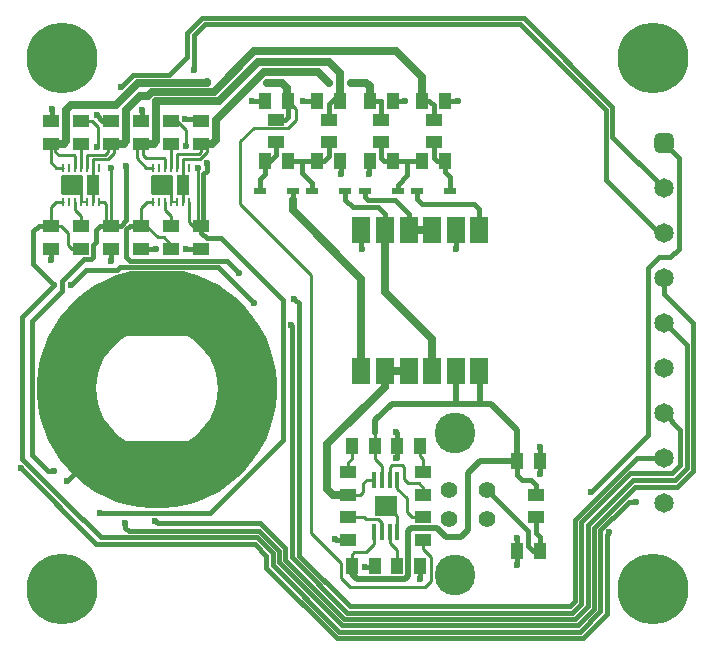
<source format=gtl>
G04*
G04 #@! TF.GenerationSoftware,Altium Limited,Altium Designer,20.0.13 (296)*
G04*
G04 Layer_Physical_Order=1*
G04 Layer_Color=255*
%FSLAX25Y25*%
%MOIN*%
G70*
G01*
G75*
%ADD13C,0.01000*%
%ADD16C,0.03937*%
G04:AMPARAMS|DCode=17|XSize=66.93mil|YSize=70.08mil|CornerRadius=3.35mil|HoleSize=0mil|Usage=FLASHONLY|Rotation=90.000|XOffset=0mil|YOffset=0mil|HoleType=Round|Shape=RoundedRectangle|*
%AMROUNDEDRECTD17*
21,1,0.06693,0.06339,0,0,90.0*
21,1,0.06024,0.07008,0,0,90.0*
1,1,0.00669,0.03169,0.03012*
1,1,0.00669,0.03169,-0.03012*
1,1,0.00669,-0.03169,-0.03012*
1,1,0.00669,-0.03169,0.03012*
%
%ADD17ROUNDEDRECTD17*%
G04:AMPARAMS|DCode=18|XSize=66.93mil|YSize=42.13mil|CornerRadius=2.11mil|HoleSize=0mil|Usage=FLASHONLY|Rotation=90.000|XOffset=0mil|YOffset=0mil|HoleType=Round|Shape=RoundedRectangle|*
%AMROUNDEDRECTD18*
21,1,0.06693,0.03791,0,0,90.0*
21,1,0.06272,0.04213,0,0,90.0*
1,1,0.00421,0.01896,0.03136*
1,1,0.00421,0.01896,-0.03136*
1,1,0.00421,-0.01896,-0.03136*
1,1,0.00421,-0.01896,0.03136*
%
%ADD18ROUNDEDRECTD18*%
%ADD19R,0.00984X0.03150*%
%ADD20R,0.05906X0.08858*%
%ADD21R,0.07795X0.06614*%
%ADD22R,0.01654X0.05512*%
%ADD23R,0.05315X0.03937*%
%ADD24R,0.05512X0.04134*%
%ADD25R,0.04134X0.02165*%
%ADD26R,0.04134X0.05512*%
%ADD42C,0.00945*%
%ADD43C,0.02500*%
%ADD44C,0.00800*%
%ADD45C,0.01500*%
%ADD46C,0.02000*%
%ADD47C,0.05591*%
%ADD48C,0.13583*%
%ADD49C,0.06496*%
G04:AMPARAMS|DCode=50|XSize=64.96mil|YSize=64.96mil|CornerRadius=16.24mil|HoleSize=0mil|Usage=FLASHONLY|Rotation=270.000|XOffset=0mil|YOffset=0mil|HoleType=Round|Shape=RoundedRectangle|*
%AMROUNDEDRECTD50*
21,1,0.06496,0.03248,0,0,270.0*
21,1,0.03248,0.06496,0,0,270.0*
1,1,0.03248,-0.01624,-0.01624*
1,1,0.03248,-0.01624,0.01624*
1,1,0.03248,0.01624,0.01624*
1,1,0.03248,0.01624,-0.01624*
%
%ADD50ROUNDEDRECTD50*%
%ADD51C,0.23622*%
%ADD52C,0.01968*%
%ADD53C,0.02362*%
G36*
X60912Y125462D02*
X64673Y124321D01*
X68304Y122818D01*
X71770Y120965D01*
X75037Y118781D01*
X78076Y116288D01*
X80855Y113509D01*
X83348Y110471D01*
X85531Y107203D01*
X87384Y103737D01*
X88888Y100106D01*
X90029Y96345D01*
X90796Y92491D01*
X91181Y88579D01*
Y84649D01*
X90796Y80738D01*
X90029Y76883D01*
X88888Y73123D01*
X87384Y69491D01*
X85531Y66025D01*
X83348Y62758D01*
X80855Y59720D01*
X78076Y56941D01*
X75037Y54447D01*
X71770Y52264D01*
X68304Y50411D01*
X64673Y48907D01*
X60912Y47766D01*
X57057Y47000D01*
X53146Y46614D01*
X49216D01*
X45305Y47000D01*
X41450Y47766D01*
X37689Y48907D01*
X34058Y50411D01*
X30592Y52264D01*
X27324Y54447D01*
X24286Y56941D01*
X21507Y59720D01*
X19014Y62758D01*
X16830Y66025D01*
X14978Y69491D01*
X13474Y73123D01*
X12333Y76883D01*
X11566Y80738D01*
X11181Y84649D01*
Y88579D01*
X11566Y92491D01*
X12333Y96345D01*
X13474Y100106D01*
X14978Y103737D01*
X16830Y107203D01*
X19014Y110471D01*
X21507Y113509D01*
X24286Y116288D01*
X27324Y118781D01*
X30592Y120965D01*
X34058Y122818D01*
X37689Y124321D01*
X41450Y125462D01*
X42260Y125624D01*
X60102D01*
X60912Y125462D01*
D02*
G37*
%LPC*%
G36*
X41410Y104089D02*
X40985Y104004D01*
X40824Y103972D01*
X40618Y103851D01*
X40618Y103851D01*
X38857Y102675D01*
X36866Y100929D01*
X35120Y98938D01*
X33649Y96736D01*
X32478Y94361D01*
X31627Y91854D01*
X31110Y89257D01*
X30937Y86614D01*
X31110Y83972D01*
X31627Y81375D01*
X32478Y78867D01*
X33649Y76492D01*
X35120Y74290D01*
X36866Y72299D01*
X38857Y70553D01*
X40618Y69377D01*
Y69377D01*
X40824Y69256D01*
X40985Y69224D01*
X41410Y69140D01*
Y69150D01*
X60953D01*
Y69140D01*
X61377Y69224D01*
X61538Y69256D01*
X61744Y69377D01*
X61744Y69377D01*
X63505Y70553D01*
X65496Y72299D01*
X67242Y74290D01*
X68713Y76492D01*
X69884Y78867D01*
X70736Y81375D01*
X71252Y83972D01*
X71425Y86614D01*
X71252Y89257D01*
X70736Y91854D01*
X69884Y94361D01*
X68713Y96736D01*
X67242Y98938D01*
X65496Y100929D01*
X63505Y102675D01*
X61744Y103851D01*
Y103851D01*
X61538Y103972D01*
X61377Y104004D01*
X60953Y104089D01*
Y104079D01*
X41410D01*
Y104089D01*
D02*
G37*
%LPD*%
D13*
X140000Y33000D02*
Y36260D01*
Y33000D02*
X142500Y30500D01*
Y22556D02*
Y30500D01*
X140444Y20500D02*
X142500Y22556D01*
X112518Y23482D02*
X115500Y20500D01*
X140444D01*
X112518Y23482D02*
Y28500D01*
X102500Y38518D02*
Y124500D01*
Y38518D02*
X108518Y32500D01*
X112518Y28500D01*
X116161Y31161D02*
X117000Y32000D01*
X116161Y27500D02*
Y31161D01*
X121000Y32000D02*
X123661Y34661D01*
X117000Y32000D02*
X121000D01*
X79000Y148000D02*
X102500Y124500D01*
X79000Y148000D02*
Y169000D01*
X83500Y173500D01*
X95000D01*
X97500Y176000D01*
Y179760D01*
X94742Y182518D02*
X97500Y179760D01*
X129862Y45531D02*
X131339Y44055D01*
Y38839D02*
Y44055D01*
X128779Y56161D02*
Y60376D01*
X129403Y61000D02*
X132778D01*
X128779Y60376D02*
X129403Y61000D01*
X133500Y56500D02*
Y60278D01*
X132778Y61000D02*
X133500Y60278D01*
X16663Y167411D02*
Y167411D01*
X124000Y67500D02*
Y71831D01*
Y63000D02*
Y67500D01*
X133500Y56500D02*
X135000Y55000D01*
X138500D01*
X140000Y53500D01*
Y51260D02*
Y53500D01*
X136260Y43740D02*
X140000D01*
X134500Y45500D02*
X136260Y43740D01*
X134500Y45500D02*
Y50000D01*
X131339Y53161D02*
X134500Y50000D01*
X131339Y53161D02*
Y56161D01*
X121161D02*
X123661D01*
X115260Y51000D02*
X119000D01*
X120000Y52000D02*
Y55000D01*
X119000Y51000D02*
X120000Y52000D01*
Y55000D02*
X121161Y56161D01*
X15913Y162000D02*
Y168161D01*
X25913Y160209D02*
Y168161D01*
X17341Y165573D02*
X18413Y164500D01*
X17341Y165573D02*
Y166734D01*
X16663Y167411D02*
X17341Y166734D01*
X18413Y164500D02*
X23413D01*
X23945Y163969D01*
Y160209D02*
Y163969D01*
X15913Y162000D02*
X17705Y160209D01*
X20008D01*
X115000Y58740D02*
Y62000D01*
X116161Y63161D01*
Y67500D01*
X120130Y43610D02*
X120740Y43000D01*
X115000Y43740D02*
X115130Y43610D01*
X120740Y43000D02*
X125000D01*
X115130Y43610D02*
X120130D01*
X125000Y43000D02*
X126221Y41780D01*
Y38839D02*
Y41780D01*
X123661Y34661D02*
Y38839D01*
X131161Y27500D02*
Y32839D01*
X128779Y35221D02*
X131161Y32839D01*
X128779Y35221D02*
Y38839D01*
X140000Y43740D02*
X140260Y44000D01*
X124000Y63000D02*
X126221Y60780D01*
Y56161D02*
Y60780D01*
X140000Y58740D02*
Y63000D01*
X138839Y64161D02*
X140000Y63000D01*
X138839Y64161D02*
Y67500D01*
D16*
X50394Y53150D02*
D03*
D17*
X53000Y154500D02*
D03*
X23000D02*
D03*
D18*
X60028D02*
D03*
X30028D02*
D03*
D19*
X50008Y148791D02*
D03*
X51976D02*
D03*
X53945D02*
D03*
X55913D02*
D03*
X57882D02*
D03*
X59850D02*
D03*
X61819D02*
D03*
X50008Y160209D02*
D03*
X51976D02*
D03*
X53945D02*
D03*
X55913D02*
D03*
X57882D02*
D03*
X59850D02*
D03*
X61819D02*
D03*
X20008Y148791D02*
D03*
X21976D02*
D03*
X23945D02*
D03*
X25913D02*
D03*
X27882D02*
D03*
X29850D02*
D03*
X31819D02*
D03*
X20008Y160209D02*
D03*
X21976D02*
D03*
X23945D02*
D03*
X25913D02*
D03*
X27882D02*
D03*
X29850D02*
D03*
X31819D02*
D03*
D20*
X119315Y139524D02*
D03*
X127189D02*
D03*
X135063D02*
D03*
X142937D02*
D03*
X150811D02*
D03*
X158685D02*
D03*
Y92476D02*
D03*
X150811D02*
D03*
X142937D02*
D03*
X135063D02*
D03*
X127189D02*
D03*
X119315D02*
D03*
D21*
X127500Y47500D02*
D03*
D22*
X123661Y38839D02*
D03*
X126221D02*
D03*
X128779D02*
D03*
X131339D02*
D03*
X123661Y56161D02*
D03*
X126221D02*
D03*
X128779D02*
D03*
X131339D02*
D03*
D23*
X115000Y43740D02*
D03*
Y36260D02*
D03*
X143403Y168778D02*
D03*
Y176258D02*
D03*
X125903Y168778D02*
D03*
Y176258D02*
D03*
X90903Y168778D02*
D03*
Y176258D02*
D03*
X108403Y168778D02*
D03*
Y176258D02*
D03*
X140000Y51260D02*
D03*
Y58740D02*
D03*
Y36260D02*
D03*
Y43740D02*
D03*
X115000Y58740D02*
D03*
Y51260D02*
D03*
X177500Y43760D02*
D03*
Y51240D02*
D03*
D24*
X55913Y168161D02*
D03*
Y175839D02*
D03*
X45913Y133161D02*
D03*
Y140839D02*
D03*
X65913Y133161D02*
D03*
Y140839D02*
D03*
X55913Y133161D02*
D03*
Y140839D02*
D03*
X35913Y175839D02*
D03*
Y168161D02*
D03*
X15913Y133161D02*
D03*
Y140839D02*
D03*
X25913Y133161D02*
D03*
Y140839D02*
D03*
X35913Y133161D02*
D03*
Y140839D02*
D03*
X25913Y168161D02*
D03*
Y175839D02*
D03*
X15913Y175839D02*
D03*
Y168161D02*
D03*
X45913Y175839D02*
D03*
Y168161D02*
D03*
X65913Y175839D02*
D03*
Y168161D02*
D03*
D25*
X85391Y152518D02*
D03*
X96415D02*
D03*
X102891D02*
D03*
X113915D02*
D03*
X120391D02*
D03*
X131415D02*
D03*
X137891D02*
D03*
X148915D02*
D03*
D26*
X147242Y182518D02*
D03*
X139565D02*
D03*
X129742D02*
D03*
X122065D02*
D03*
X104565D02*
D03*
X112242D02*
D03*
X87065D02*
D03*
X94742D02*
D03*
X94742Y162518D02*
D03*
X87065D02*
D03*
X112242D02*
D03*
X104565D02*
D03*
X129742D02*
D03*
X122065D02*
D03*
X147242D02*
D03*
X139565D02*
D03*
X131161Y67500D02*
D03*
X138839D02*
D03*
X138839Y27500D02*
D03*
X131161D02*
D03*
X123839D02*
D03*
X116161D02*
D03*
X116161Y67500D02*
D03*
X123839D02*
D03*
X178839Y62500D02*
D03*
X171161D02*
D03*
X171161Y32500D02*
D03*
X178839D02*
D03*
D42*
X59850Y156468D02*
Y160406D01*
X55913Y149382D02*
Y153319D01*
X29850Y156468D02*
Y160406D01*
X25913Y149382D02*
Y153319D01*
X47661Y140839D02*
X51500Y137000D01*
X53500D02*
X55913Y134587D01*
X51500Y137000D02*
X53500D01*
X45913Y140839D02*
X47661D01*
X55913Y133161D02*
Y134587D01*
X45913Y146913D02*
X47791Y148791D01*
X45913Y140839D02*
Y146913D01*
X47791Y148791D02*
X50008D01*
X55913Y175839D02*
X57957D01*
X61000Y167500D02*
Y172796D01*
X57957Y175839D02*
X61000Y172796D01*
X35750Y160250D02*
X35913Y160087D01*
Y140906D02*
Y160087D01*
X33622Y148791D02*
X34285Y148128D01*
Y142467D02*
X35913Y140839D01*
X34285Y142467D02*
Y148128D01*
X35913Y140839D02*
Y140906D01*
X65000Y141752D02*
X65913Y140839D01*
X65000Y141752D02*
Y160000D01*
X31376Y167000D02*
X31500D01*
Y173913D01*
X29575Y175839D02*
X31500Y173913D01*
X34913Y163000D02*
X36913Y165000D01*
X29850Y160406D02*
Y163000D01*
X27882Y164500D02*
X33913D01*
X29850Y163000D02*
X34913D01*
X35913Y168161D02*
X36244Y167831D01*
X36913Y167161D01*
Y165000D02*
Y167161D01*
X46413Y164500D02*
Y167500D01*
Y164500D02*
X47413Y163500D01*
X53413D01*
X53945Y162969D01*
Y160209D02*
Y162969D01*
X47705Y160209D02*
X50008D01*
X44413Y163500D02*
X47705Y160209D01*
X44413Y163500D02*
Y166661D01*
X45913Y168161D01*
X65913D02*
X65913Y165500D01*
X57882Y164688D02*
X65101D01*
X65913Y165500D01*
X67913Y165500D02*
Y167000D01*
X65413Y163000D02*
X67913Y165500D01*
X59850Y163000D02*
X65413D01*
X57882Y160209D02*
Y164688D01*
X59850Y160406D02*
Y163000D01*
X31819Y148791D02*
X33622D01*
X15913Y140839D02*
Y147000D01*
X17705Y148791D02*
X20008D01*
X15913Y147000D02*
X17705Y148791D01*
X25913Y175839D02*
X29575D01*
X34913Y166500D02*
X35913Y167500D01*
X33913Y164500D02*
X34913Y165500D01*
Y166500D01*
X27882Y160209D02*
Y164500D01*
X35913Y167500D02*
Y168161D01*
X22752Y133161D02*
X25913D01*
X21413Y134500D02*
X22752Y133161D01*
X21413Y134500D02*
Y138500D01*
X19075Y140839D02*
X21413Y138500D01*
X15913Y140839D02*
X19075D01*
X25913D02*
Y144000D01*
X23945Y145968D02*
X25913Y144000D01*
X23945Y145968D02*
Y148791D01*
X29850D02*
Y154323D01*
X30028Y154500D01*
X59850Y148791D02*
Y154323D01*
X60028Y154500D01*
X55913Y140839D02*
Y144000D01*
X53945Y145968D02*
X55913Y144000D01*
X53945Y145968D02*
Y148791D01*
X63075Y140839D02*
X65913D01*
X61819Y142095D02*
X63075Y140839D01*
X61819Y142095D02*
Y148791D01*
X55913Y160209D02*
Y168161D01*
D43*
X69484Y185600D02*
X70100D01*
X83500Y199000D01*
X48116Y184000D02*
X49516Y185400D01*
X68000Y188500D02*
Y188631D01*
X45500Y184000D02*
X48116D01*
X49516Y185400D02*
X69284D01*
X70768Y182500D02*
X72000D01*
X85000Y195500D01*
X139565Y182518D02*
Y190435D01*
X51000Y182300D02*
X70568D01*
X45913Y168161D02*
X50161D01*
X69284Y185400D02*
X69484Y185600D01*
X51000Y169000D02*
Y182300D01*
X70568D02*
X70768Y182500D01*
X94643Y182420D02*
Y186857D01*
X37500Y181000D02*
X45000Y188500D01*
X68000D01*
X131000Y199000D02*
X139565Y190435D01*
X83500Y199000D02*
X131000D01*
X108500Y195500D02*
X112242Y191758D01*
X85000Y195500D02*
X108500D01*
X15913Y168161D02*
X20161D01*
X21000Y169000D01*
Y179500D01*
X22500Y181000D01*
X37500D01*
X41000Y169000D02*
Y179500D01*
X45500Y184000D01*
X69661Y168161D02*
X71000Y169500D01*
Y176000D02*
X87000Y192000D01*
X71000Y169500D02*
Y176000D01*
X67913Y168161D02*
X69661D01*
X87000Y192000D02*
X105000D01*
X88000Y188500D02*
X93000D01*
X65913Y168161D02*
X67913D01*
X105000Y192000D02*
X108500Y188500D01*
X108500D01*
X112242Y185143D02*
Y191758D01*
X116000Y188500D02*
X121000D01*
X122065Y187435D01*
X93000Y188500D02*
X94643Y186857D01*
X122065Y182518D02*
Y187435D01*
X112242Y184224D02*
Y185143D01*
Y182518D02*
Y184224D01*
X36913Y168161D02*
X40161D01*
X35913D02*
X36913D01*
X50161D02*
X51000Y169000D01*
X40161Y168161D02*
X41000Y169000D01*
X96415Y146085D02*
Y149415D01*
X119315Y114591D02*
Y123185D01*
X96415Y146085D02*
X119315Y123185D01*
Y92476D02*
Y114591D01*
X110000Y51000D02*
X115260D01*
X108000Y53000D02*
X110000Y51000D01*
X108000Y53000D02*
Y68000D01*
X127189Y87189D02*
Y92476D01*
X108000Y68000D02*
X127189Y87189D01*
X135063Y139524D02*
X142937D01*
X127189Y92476D02*
X135063D01*
X127189Y118890D02*
Y139524D01*
Y118890D02*
X142937Y103142D01*
Y92476D02*
Y103142D01*
D44*
X25913Y148791D02*
X27882D01*
X55913D02*
X57882D01*
D45*
X31000Y135500D02*
Y139500D01*
X5714Y60005D02*
X30920Y34800D01*
X31000Y139500D02*
X32339Y140839D01*
X35913D01*
X53000Y154500D02*
X53945D01*
X171161Y36839D02*
X171323Y37000D01*
X175000Y34000D02*
Y39086D01*
X161165Y52921D02*
X175000Y39086D01*
X123339Y27000D02*
X123839Y27500D01*
X120500Y27000D02*
X123339D01*
X97000Y116500D02*
X98500Y115000D01*
X90903Y176258D02*
X93758D01*
X94742Y177242D02*
Y182518D01*
X93758Y176258D02*
X94742Y177242D01*
X171161Y27839D02*
Y32500D01*
Y36839D01*
X178839Y58161D02*
X179000Y58000D01*
X178839Y58161D02*
Y62500D01*
Y66839D01*
X179000Y67000D01*
X138839Y23161D02*
X139000Y23000D01*
X138839Y23161D02*
Y27500D01*
X110740Y36260D02*
X115000D01*
X110500Y36500D02*
X110740Y36260D01*
X93078Y69469D02*
Y116173D01*
X95941Y107523D02*
Y107843D01*
X95932D02*
X95941D01*
X72470Y136782D02*
X93078Y116173D01*
X96107Y30348D02*
Y107357D01*
X68719Y45110D02*
X93078Y69469D01*
X95941Y107523D02*
X96107Y107357D01*
X131000Y72000D02*
X131161Y71839D01*
Y67500D02*
Y71839D01*
Y63442D02*
Y67500D01*
X131000Y63281D02*
X131161Y63442D01*
X151000Y133271D02*
Y139335D01*
X150811Y139524D02*
X151000Y139335D01*
X119315Y133185D02*
Y139524D01*
Y133185D02*
X119500Y133000D01*
X41762Y39133D02*
X85327D01*
X40654Y40240D02*
Y41812D01*
Y40240D02*
X41762Y39133D01*
X112242Y162518D02*
X112500Y162260D01*
Y158000D02*
Y162260D01*
X122000Y162453D02*
X122065Y162518D01*
X122000Y158000D02*
Y162453D01*
X147242Y182518D02*
X147260Y182500D01*
X151500D01*
X129742Y182518D02*
X129760Y182500D01*
X134000D01*
X100018Y182518D02*
X104565D01*
X100000Y182500D02*
X100018Y182518D01*
X83018D02*
X87065D01*
X83000Y182500D02*
X83018Y182518D01*
X61161Y133161D02*
X65913D01*
X61000Y133000D02*
X61161Y133161D01*
X50839D02*
X51000Y133000D01*
X45913Y133161D02*
X50839D01*
X35913Y129087D02*
Y133161D01*
Y129087D02*
X36000Y129000D01*
X98500Y30925D02*
X115425Y14000D01*
X98500Y30925D02*
Y115000D01*
X9500Y64500D02*
Y109000D01*
X19531Y119031D02*
Y122531D01*
X9500Y109000D02*
X19531Y119031D01*
X10000Y128000D02*
Y139000D01*
Y128000D02*
X17000Y121000D01*
X6363Y63119D02*
Y110363D01*
X17000Y121000D01*
X26744Y129745D02*
X29228D01*
X19531Y122531D02*
X26744Y129745D01*
X22500Y121000D02*
X22500D01*
X27500Y126000D01*
X29228Y129745D02*
X30019Y130535D01*
Y134519D01*
X31000Y135500D01*
X27500Y126000D02*
X34692D01*
X71500Y127000D02*
X83500Y115000D01*
X37812Y126000D02*
X38812Y127000D01*
X71500D01*
X41000Y130412D02*
X42274Y129138D01*
X74439D01*
X34692Y126000D02*
X37812D01*
X15913Y133161D02*
X16000Y133075D01*
Y129500D02*
Y133075D01*
X65305Y176447D02*
X65913Y175839D01*
X60589Y176447D02*
X65305D01*
X15913Y175839D02*
X16063Y175988D01*
Y179883D01*
X32998Y175839D02*
X35913D01*
X31060Y177776D02*
X32998Y175839D01*
X45913D02*
X46053Y175978D01*
Y179407D01*
X21378Y55894D02*
X25929Y60445D01*
Y60829D01*
X87707Y26869D02*
X111177Y3398D01*
X193079D02*
X201098Y11417D01*
X111177Y3398D02*
X193079D01*
X115425Y14000D02*
X188832D01*
X112815Y7700D02*
X191441D01*
X192311Y5600D02*
X198998Y12287D01*
X190571Y9800D02*
X194798Y14027D01*
X111945Y5600D02*
X192311D01*
X89807Y27738D02*
X111945Y5600D01*
X188832Y14000D02*
X190598Y15766D01*
X94007Y29478D02*
X113685Y9800D01*
X190571D01*
X114555Y11900D02*
X189702D01*
X192698Y14896D01*
X96107Y30348D02*
X114555Y11900D01*
X191441Y7700D02*
X196898Y13157D01*
X91907Y28608D02*
X112815Y7700D01*
X20689Y48793D02*
X20689D01*
X84516Y36974D02*
X89807Y31683D01*
X32507Y36974D02*
X84516D01*
X201098Y11417D02*
Y37706D01*
X20689Y48793D02*
X32507Y36974D01*
X198998Y12287D02*
Y14746D01*
Y39393D01*
X89807Y27738D02*
Y31683D01*
X6363Y63119D02*
X20689Y48793D01*
X201098Y37706D02*
X202011Y38619D01*
X214922Y71172D02*
Y126911D01*
X218484Y130473D02*
X222355D01*
X214922Y126911D02*
X218484Y130473D01*
X222355D02*
X225144Y133262D01*
X208578Y48879D02*
X210996D01*
X208578Y48879D02*
X208578Y48879D01*
X200110Y43475D02*
X210548Y53913D01*
X194798Y41133D02*
X209899Y56234D01*
X192698Y42003D02*
X209029Y58334D01*
X190598Y42872D02*
X211226Y63500D01*
X220091Y168500D02*
X225144Y163447D01*
Y133262D02*
Y163447D01*
X195941Y52191D02*
X214922Y71172D01*
X94007Y29478D02*
Y33423D01*
X87707Y26869D02*
Y30814D01*
X91907Y28608D02*
Y32553D01*
X85696Y41734D02*
X94007Y33423D01*
X85327Y39133D02*
X91907Y32553D01*
X83721Y34800D02*
X87707Y30814D01*
X67716Y136782D02*
X72470D01*
X32390Y45110D02*
X68719D01*
X51516Y41734D02*
X85696D01*
X30920Y34800D02*
X83721D01*
X50672Y42579D02*
X51516Y41734D01*
X192698Y14896D02*
Y17356D01*
X190598Y15766D02*
Y42872D01*
X196898Y13157D02*
Y15616D01*
X194798Y14027D02*
Y16486D01*
X196898Y15616D02*
Y40263D01*
X194798Y16486D02*
Y41133D01*
X192698Y17356D02*
Y42003D01*
X196898Y40263D02*
X200109Y43475D01*
X198998Y39393D02*
X203024Y43419D01*
X224528Y53913D02*
X229881Y59266D01*
X227781Y60136D02*
Y101196D01*
X229881Y59266D02*
Y108456D01*
X220091Y78500D02*
X225681Y72910D01*
X223879Y56234D02*
X227781Y60136D01*
X220091Y108887D02*
X227781Y101196D01*
X220091Y118247D02*
X229881Y108456D01*
X223009Y58334D02*
X225681Y61006D01*
Y72910D01*
X220091Y108500D02*
Y108887D01*
X203118Y43419D02*
X208578Y48879D01*
X203024Y43419D02*
X203118D01*
X210548Y53913D02*
X224528D01*
X209899Y56234D02*
X223879D01*
X209029Y58334D02*
X223009D01*
X200109Y43475D02*
X200110D01*
X211226Y63500D02*
X220091D01*
X41039Y142652D02*
Y160738D01*
X39261Y187111D02*
Y187111D01*
X41000Y130412D02*
Y139644D01*
X74439Y129138D02*
X78593Y124984D01*
X41000Y139644D02*
X42195Y140839D01*
X45913D01*
X63541Y192934D02*
Y204490D01*
X61253Y197042D02*
Y205172D01*
X55331Y191120D02*
X61253Y197042D01*
X43270Y191120D02*
X55331D01*
X39261Y187111D02*
X43270Y191120D01*
X173535Y210094D02*
X203041Y180588D01*
Y170550D02*
X220091Y153500D01*
X203041Y170550D02*
Y180588D01*
X67379Y210094D02*
X173535D01*
X61253Y205172D02*
X66175Y210094D01*
X67379D01*
X67045Y207994D02*
X172225D01*
X63541Y204490D02*
X67045Y207994D01*
X172225D02*
X200919Y179300D01*
X35913Y140872D02*
X39258D01*
X41039Y142652D01*
X200919Y156137D02*
Y179300D01*
Y156137D02*
X218555Y138500D01*
X220091D01*
X66688Y141613D02*
Y158046D01*
X67827Y159185D02*
Y161916D01*
X66688Y158046D02*
X67827Y159185D01*
X65913Y140839D02*
X66688Y141613D01*
X65913Y138584D02*
Y140839D01*
Y138584D02*
X67716Y136782D01*
X220091Y118247D02*
Y123500D01*
X32241Y45259D02*
X32390Y45110D01*
X9500Y64500D02*
X15000Y59000D01*
X17000D01*
X78593Y124984D02*
X78593D01*
X10000Y139000D02*
X11839Y140839D01*
X15913D01*
X108500Y181500D02*
X111224Y184224D01*
X122065Y182518D02*
X122083Y182500D01*
X126000Y176355D02*
Y182500D01*
X122083D02*
X126000D01*
X125903Y176258D02*
X126000Y176355D01*
X139565Y182518D02*
X141982D01*
X143500Y181000D01*
Y176000D02*
Y181000D01*
X144482Y162518D02*
X147242D01*
X143403Y163597D02*
Y168778D01*
Y163597D02*
X144482Y162518D01*
X125903Y163597D02*
X126982Y162518D01*
X129742D01*
X125903Y163597D02*
Y168778D01*
X108500Y176000D02*
Y181500D01*
X87065Y162518D02*
X89018D01*
X91000Y164500D02*
Y168500D01*
X89018Y162518D02*
X91000Y164500D01*
X104565Y162518D02*
X107018D01*
X108500Y164000D02*
Y168500D01*
X107018Y162518D02*
X108500Y164000D01*
X158685Y139524D02*
Y146315D01*
X157000Y148000D02*
X158685Y146315D01*
X139500Y148000D02*
X157000D01*
X137891Y149609D02*
X139500Y148000D01*
X137891Y149609D02*
Y152518D01*
X121500Y149500D02*
X130500D01*
X135063Y139524D02*
Y144937D01*
X130500Y149500D02*
X135063Y144937D01*
X120500Y150500D02*
X121500Y149500D01*
X120500Y150500D02*
Y152627D01*
X116500Y147000D02*
X125000D01*
X113915Y149585D02*
Y152518D01*
Y149585D02*
X116500Y147000D01*
X127189Y139524D02*
Y144811D01*
X125000Y147000D02*
X127189Y144811D01*
X99653Y158347D02*
X102891Y155109D01*
Y152518D02*
Y155109D01*
X99653Y158347D02*
Y162518D01*
X87065Y158065D02*
Y162518D01*
X85391Y156391D02*
X87065Y158065D01*
X85391Y152518D02*
Y156391D01*
X99653Y162518D02*
X104565D01*
X94742D02*
X99653D01*
X134653D02*
X139565D01*
X129742D02*
X134653D01*
X147242Y158758D02*
Y162518D01*
Y158758D02*
X148915Y157085D01*
Y152518D02*
Y157085D01*
X134653Y157653D02*
Y162518D01*
X131415Y154415D02*
X134653Y157653D01*
X131415Y152518D02*
Y154415D01*
X120391Y152518D02*
X120500Y152627D01*
X96415Y149415D02*
Y152518D01*
X171161Y57839D02*
Y62500D01*
Y57839D02*
X173000Y56000D01*
X176000D01*
X177500Y54500D01*
Y51240D02*
Y54500D01*
Y38500D02*
Y43760D01*
Y38500D02*
X178839Y37161D01*
Y32500D02*
Y37161D01*
X176500Y32500D02*
X178839D01*
X175000Y34000D02*
X176500Y32500D01*
D46*
X144500Y40000D02*
X147500Y37000D01*
X152500D02*
X155000Y39500D01*
X147500Y37000D02*
X152500D01*
X136000Y40000D02*
X144500D01*
X155000Y39500D02*
Y58500D01*
X159000Y62500D01*
X118000Y23000D02*
X134000D01*
X116161Y24839D02*
Y27500D01*
Y24839D02*
X118000Y23000D01*
X134000D02*
X135000Y24000D01*
Y31000D02*
Y39000D01*
X136000Y40000D01*
X151000Y81500D02*
X159000D01*
X151000D02*
Y92287D01*
X129500Y81500D02*
X151000D01*
X162500D02*
X171161Y72839D01*
X159000Y81500D02*
X162500D01*
X159000D02*
Y92161D01*
X124000Y76000D02*
X129500Y81500D01*
X159000Y62500D02*
X161500D01*
X135000Y24000D02*
Y31000D01*
X161500Y62500D02*
X171161D01*
X158685Y92476D02*
X159000Y92161D01*
X150811Y92476D02*
X151000Y92287D01*
X124000Y71831D02*
Y76000D01*
X171161Y62500D02*
Y72839D01*
D47*
X161165Y52921D02*
D03*
Y43079D02*
D03*
X148567D02*
D03*
Y52921D02*
D03*
D48*
X150535Y24299D02*
D03*
X150535Y71701D02*
D03*
D49*
X220091Y48500D02*
D03*
Y63500D02*
D03*
Y78500D02*
D03*
Y93500D02*
D03*
Y153500D02*
D03*
Y138500D02*
D03*
Y123500D02*
D03*
Y108500D02*
D03*
D50*
Y168500D02*
D03*
D51*
X216535Y196850D02*
D03*
Y19685D02*
D03*
X19685D02*
D03*
Y196850D02*
D03*
D52*
X59063Y152532D02*
D03*
X61032Y154500D02*
D03*
X59063Y156468D02*
D03*
X54732D02*
D03*
Y152532D02*
D03*
X50913Y156500D02*
D03*
Y152500D02*
D03*
X29063Y152532D02*
D03*
X31032Y154500D02*
D03*
X29063Y156468D02*
D03*
X24732D02*
D03*
Y152532D02*
D03*
X20913Y156500D02*
D03*
Y152500D02*
D03*
X127500Y45531D02*
D03*
Y49468D02*
D03*
X129862Y45531D02*
D03*
X125138D02*
D03*
Y49468D02*
D03*
X129862D02*
D03*
D53*
X68000Y188631D02*
D03*
X5714Y60005D02*
D03*
X171242Y36919D02*
D03*
X171161Y27839D02*
D03*
X120500Y27000D02*
D03*
X97000Y116500D02*
D03*
X179000Y67000D02*
D03*
Y58000D02*
D03*
X139000Y23000D02*
D03*
X95932Y107843D02*
D03*
X110500Y36500D02*
D03*
X131000Y63281D02*
D03*
Y72000D02*
D03*
X151000Y133271D02*
D03*
X40654Y41812D02*
D03*
X119500Y133000D02*
D03*
X122000Y158000D02*
D03*
X112500D02*
D03*
X151500Y182500D02*
D03*
X134000D02*
D03*
X100000D02*
D03*
X83000D02*
D03*
X61000Y133000D02*
D03*
X51000D02*
D03*
X17000Y121000D02*
D03*
X22500Y121000D02*
D03*
X36000Y129000D02*
D03*
X16000Y129500D02*
D03*
X60589Y176447D02*
D03*
X16063Y179883D02*
D03*
X31060Y177776D02*
D03*
X46053Y179407D02*
D03*
X42881Y107687D02*
D03*
X37010Y104172D02*
D03*
X32596Y99296D02*
D03*
X29748Y93321D02*
D03*
X59826Y65539D02*
D03*
X65697Y69054D02*
D03*
X70111Y73931D02*
D03*
X72959Y79905D02*
D03*
X72122Y95563D02*
D03*
X68515Y101384D02*
D03*
X63559Y105729D02*
D03*
X57586Y108467D02*
D03*
X44472Y64852D02*
D03*
X38497Y67701D02*
D03*
X33621Y72114D02*
D03*
X30106Y77986D02*
D03*
X28408Y86602D02*
D03*
X51210Y63841D02*
D03*
X73954Y86614D02*
D03*
X51497Y109385D02*
D03*
X21378Y55894D02*
D03*
X202011Y38619D02*
D03*
X210996Y48879D02*
D03*
X195941Y52191D02*
D03*
X41039Y160738D02*
D03*
X39261Y187111D02*
D03*
X35750Y160250D02*
D03*
X63541Y192934D02*
D03*
X67827Y161916D02*
D03*
X32241Y45259D02*
D03*
X50672Y42579D02*
D03*
X78593Y124984D02*
D03*
X83500Y115000D02*
D03*
X17000Y59000D02*
D03*
X88000Y188500D02*
D03*
X108500D02*
D03*
X116000D02*
D03*
X61000Y167500D02*
D03*
X65000Y160000D02*
D03*
X31376Y167000D02*
D03*
M02*

</source>
